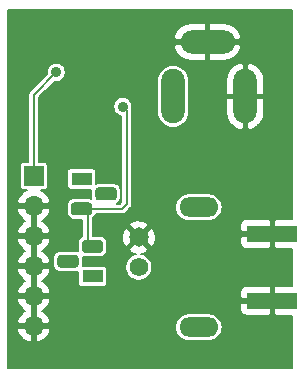
<source format=gbl>
G04 #@! TF.GenerationSoftware,KiCad,Pcbnew,(5.1.10)-1*
G04 #@! TF.CreationDate,2021-09-19T13:10:19-04:00*
G04 #@! TF.ProjectId,CP-OSC,43502d4f-5343-42e6-9b69-6361645f7063,1*
G04 #@! TF.SameCoordinates,PX8c7ecc0PY46649b0*
G04 #@! TF.FileFunction,Copper,L2,Bot*
G04 #@! TF.FilePolarity,Positive*
%FSLAX46Y46*%
G04 Gerber Fmt 4.6, Leading zero omitted, Abs format (unit mm)*
G04 Created by KiCad (PCBNEW (5.1.10)-1) date 2021-09-19 13:10:19*
%MOMM*%
%LPD*%
G01*
G04 APERTURE LIST*
G04 #@! TA.AperFunction,ComponentPad*
%ADD10O,3.302000X1.651000*%
G04 #@! TD*
G04 #@! TA.AperFunction,ComponentPad*
%ADD11C,1.651000*%
G04 #@! TD*
G04 #@! TA.AperFunction,ComponentPad*
%ADD12C,1.574800*%
G04 #@! TD*
G04 #@! TA.AperFunction,ComponentPad*
%ADD13O,2.000000X4.600000*%
G04 #@! TD*
G04 #@! TA.AperFunction,ComponentPad*
%ADD14O,4.600000X2.000000*%
G04 #@! TD*
G04 #@! TA.AperFunction,ComponentPad*
%ADD15R,1.800000X1.100000*%
G04 #@! TD*
G04 #@! TA.AperFunction,ComponentPad*
%ADD16R,1.700000X1.700000*%
G04 #@! TD*
G04 #@! TA.AperFunction,ComponentPad*
%ADD17O,1.700000X1.700000*%
G04 #@! TD*
G04 #@! TA.AperFunction,SMDPad,CuDef*
%ADD18R,4.200000X1.350000*%
G04 #@! TD*
G04 #@! TA.AperFunction,ViaPad*
%ADD19C,0.889000*%
G04 #@! TD*
G04 #@! TA.AperFunction,ViaPad*
%ADD20C,1.397000*%
G04 #@! TD*
G04 #@! TA.AperFunction,Conductor*
%ADD21C,0.203200*%
G04 #@! TD*
G04 #@! TA.AperFunction,Conductor*
%ADD22C,0.150000*%
G04 #@! TD*
G04 APERTURE END LIST*
D10*
X-43160000Y-10020000D03*
X-43160000Y140000D03*
D11*
X-48240000Y-2400000D03*
D12*
X-48240000Y-4940000D03*
D13*
X-39223000Y9538000D03*
X-45323000Y9538000D03*
D14*
X-42423000Y14138000D03*
G04 #@! TA.AperFunction,ComponentPad*
G36*
G01*
X-51640000Y1833000D02*
X-50390000Y1833000D01*
G75*
G02*
X-50115000Y1558000I0J-275000D01*
G01*
X-50115000Y1008000D01*
G75*
G02*
X-50390000Y733000I-275000J0D01*
G01*
X-51640000Y733000D01*
G75*
G02*
X-51915000Y1008000I0J275000D01*
G01*
X-51915000Y1558000D01*
G75*
G02*
X-51640000Y1833000I275000J0D01*
G01*
G37*
G04 #@! TD.AperFunction*
G04 #@! TA.AperFunction,ComponentPad*
G36*
G01*
X-53710000Y563000D02*
X-52460000Y563000D01*
G75*
G02*
X-52185000Y288000I0J-275000D01*
G01*
X-52185000Y-262000D01*
G75*
G02*
X-52460000Y-537000I-275000J0D01*
G01*
X-53710000Y-537000D01*
G75*
G02*
X-53985000Y-262000I0J275000D01*
G01*
X-53985000Y288000D01*
G75*
G02*
X-53710000Y563000I275000J0D01*
G01*
G37*
G04 #@! TD.AperFunction*
D15*
X-53085000Y2553000D03*
X-52158000Y-5702000D03*
G04 #@! TA.AperFunction,ComponentPad*
G36*
G01*
X-51533000Y-3712000D02*
X-52783000Y-3712000D01*
G75*
G02*
X-53058000Y-3437000I0J275000D01*
G01*
X-53058000Y-2887000D01*
G75*
G02*
X-52783000Y-2612000I275000J0D01*
G01*
X-51533000Y-2612000D01*
G75*
G02*
X-51258000Y-2887000I0J-275000D01*
G01*
X-51258000Y-3437000D01*
G75*
G02*
X-51533000Y-3712000I-275000J0D01*
G01*
G37*
G04 #@! TD.AperFunction*
G04 #@! TA.AperFunction,ComponentPad*
G36*
G01*
X-53603000Y-4982000D02*
X-54853000Y-4982000D01*
G75*
G02*
X-55128000Y-4707000I0J275000D01*
G01*
X-55128000Y-4157000D01*
G75*
G02*
X-54853000Y-3882000I275000J0D01*
G01*
X-53603000Y-3882000D01*
G75*
G02*
X-53328000Y-4157000I0J-275000D01*
G01*
X-53328000Y-4707000D01*
G75*
G02*
X-53603000Y-4982000I-275000J0D01*
G01*
G37*
G04 #@! TD.AperFunction*
D16*
X-57130000Y2807000D03*
D17*
X-57130000Y267000D03*
X-57130000Y-2273000D03*
X-57130000Y-4813000D03*
X-57130000Y-7353000D03*
X-57130000Y-9893000D03*
D18*
X-36937000Y-7765000D03*
X-36937000Y-2115000D03*
D19*
X-38715000Y-12560000D03*
D20*
X-50145000Y-12560000D03*
X-50780000Y15380000D03*
D19*
X-53955000Y15380000D03*
X-37191000Y15634000D03*
X-42398000Y3696000D03*
X-57765000Y15380000D03*
X-57130000Y-12560000D03*
X-55225000Y11570000D03*
X-49607243Y8678757D03*
D21*
X-57130000Y9665000D02*
X-55225000Y11570000D01*
X-57130000Y2807000D02*
X-57130000Y9665000D01*
X-52558000Y-114000D02*
X-52685000Y13000D01*
X-52558000Y-3162000D02*
X-52558000Y-114000D01*
X-52685000Y13000D02*
X-49637000Y13000D01*
X-49637000Y13000D02*
X-49256000Y394000D01*
X-49256000Y8327514D02*
X-49607243Y8678757D01*
X-49256000Y394000D02*
X-49256000Y8327514D01*
X-35298699Y-828209D02*
X-36632200Y-830400D01*
X-36784600Y-982800D01*
X-36784600Y-1962600D01*
X-36764600Y-1962600D01*
X-36764600Y-2267400D01*
X-36784600Y-2267400D01*
X-36784600Y-3247200D01*
X-36632200Y-3399600D01*
X-35298699Y-3401791D01*
X-35298699Y-6478209D01*
X-36632200Y-6480400D01*
X-36784600Y-6632800D01*
X-36784600Y-7612600D01*
X-36764600Y-7612600D01*
X-36764600Y-7917400D01*
X-36784600Y-7917400D01*
X-36784600Y-8897200D01*
X-36632200Y-9049600D01*
X-35298699Y-9051791D01*
X-35298699Y-13436300D01*
X-59276300Y-13436300D01*
X-59276300Y-10270607D01*
X-58539910Y-10270607D01*
X-58512089Y-10362338D01*
X-58393969Y-10622952D01*
X-58227276Y-10855514D01*
X-58018415Y-11051087D01*
X-57775413Y-11202156D01*
X-57507608Y-11302915D01*
X-57282400Y-11192228D01*
X-57282400Y-10045400D01*
X-56977600Y-10045400D01*
X-56977600Y-11192228D01*
X-56752392Y-11302915D01*
X-56484587Y-11202156D01*
X-56241585Y-11051087D01*
X-56032724Y-10855514D01*
X-55866031Y-10622952D01*
X-55747911Y-10362338D01*
X-55720090Y-10270607D01*
X-55831714Y-10045400D01*
X-56977600Y-10045400D01*
X-57282400Y-10045400D01*
X-58428286Y-10045400D01*
X-58539910Y-10270607D01*
X-59276300Y-10270607D01*
X-59276300Y-10020000D01*
X-45172314Y-10020000D01*
X-45149510Y-10251536D01*
X-45081973Y-10474174D01*
X-44972300Y-10679359D01*
X-44824704Y-10859204D01*
X-44644859Y-11006800D01*
X-44439674Y-11116473D01*
X-44217036Y-11184010D01*
X-44043516Y-11201100D01*
X-42276484Y-11201100D01*
X-42102964Y-11184010D01*
X-41880326Y-11116473D01*
X-41675141Y-11006800D01*
X-41495296Y-10859204D01*
X-41347700Y-10679359D01*
X-41238027Y-10474174D01*
X-41170490Y-10251536D01*
X-41147686Y-10020000D01*
X-41170490Y-9788464D01*
X-41238027Y-9565826D01*
X-41347700Y-9360641D01*
X-41495296Y-9180796D01*
X-41675141Y-9033200D01*
X-41880326Y-8923527D01*
X-42102964Y-8855990D01*
X-42276484Y-8838900D01*
X-44043516Y-8838900D01*
X-44217036Y-8855990D01*
X-44439674Y-8923527D01*
X-44644859Y-9033200D01*
X-44824704Y-9180796D01*
X-44972300Y-9360641D01*
X-45081973Y-9565826D01*
X-45149510Y-9788464D01*
X-45172314Y-10020000D01*
X-59276300Y-10020000D01*
X-59276300Y-7730607D01*
X-58539910Y-7730607D01*
X-58512089Y-7822338D01*
X-58393969Y-8082952D01*
X-58227276Y-8315514D01*
X-58018415Y-8511087D01*
X-57838397Y-8623000D01*
X-58018415Y-8734913D01*
X-58227276Y-8930486D01*
X-58393969Y-9163048D01*
X-58512089Y-9423662D01*
X-58539910Y-9515393D01*
X-58428286Y-9740600D01*
X-57282400Y-9740600D01*
X-57282400Y-7505400D01*
X-56977600Y-7505400D01*
X-56977600Y-9740600D01*
X-55831714Y-9740600D01*
X-55720090Y-9515393D01*
X-55747911Y-9423662D01*
X-55866031Y-9163048D01*
X-56032724Y-8930486D01*
X-56241585Y-8734913D01*
X-56421603Y-8623000D01*
X-56241585Y-8511087D01*
X-56165669Y-8440000D01*
X-39649550Y-8440000D01*
X-39637780Y-8559503D01*
X-39602922Y-8674413D01*
X-39546317Y-8780315D01*
X-39470138Y-8873138D01*
X-39377315Y-8949317D01*
X-39271413Y-9005922D01*
X-39156503Y-9040780D01*
X-39037000Y-9052550D01*
X-37241800Y-9049600D01*
X-37089400Y-8897200D01*
X-37089400Y-7917400D01*
X-39494200Y-7917400D01*
X-39646600Y-8069800D01*
X-39649550Y-8440000D01*
X-56165669Y-8440000D01*
X-56032724Y-8315514D01*
X-55866031Y-8082952D01*
X-55747911Y-7822338D01*
X-55720090Y-7730607D01*
X-55831714Y-7505400D01*
X-56977600Y-7505400D01*
X-57282400Y-7505400D01*
X-58428286Y-7505400D01*
X-58539910Y-7730607D01*
X-59276300Y-7730607D01*
X-59276300Y-5190607D01*
X-58539910Y-5190607D01*
X-58512089Y-5282338D01*
X-58393969Y-5542952D01*
X-58227276Y-5775514D01*
X-58018415Y-5971087D01*
X-57838397Y-6083000D01*
X-58018415Y-6194913D01*
X-58227276Y-6390486D01*
X-58393969Y-6623048D01*
X-58512089Y-6883662D01*
X-58539910Y-6975393D01*
X-58428286Y-7200600D01*
X-57282400Y-7200600D01*
X-57282400Y-4965400D01*
X-56977600Y-4965400D01*
X-56977600Y-7200600D01*
X-55831714Y-7200600D01*
X-55776896Y-7090000D01*
X-39649550Y-7090000D01*
X-39646600Y-7460200D01*
X-39494200Y-7612600D01*
X-37089400Y-7612600D01*
X-37089400Y-6632800D01*
X-37241800Y-6480400D01*
X-39037000Y-6477450D01*
X-39156503Y-6489220D01*
X-39271413Y-6524078D01*
X-39377315Y-6580683D01*
X-39470138Y-6656862D01*
X-39546317Y-6749685D01*
X-39602922Y-6855587D01*
X-39637780Y-6970497D01*
X-39649550Y-7090000D01*
X-55776896Y-7090000D01*
X-55720090Y-6975393D01*
X-55747911Y-6883662D01*
X-55866031Y-6623048D01*
X-56032724Y-6390486D01*
X-56241585Y-6194913D01*
X-56421603Y-6083000D01*
X-56241585Y-5971087D01*
X-56032724Y-5775514D01*
X-55866031Y-5542952D01*
X-55747911Y-5282338D01*
X-55720090Y-5190607D01*
X-55831714Y-4965400D01*
X-56977600Y-4965400D01*
X-57282400Y-4965400D01*
X-58428286Y-4965400D01*
X-58539910Y-5190607D01*
X-59276300Y-5190607D01*
X-59276300Y-2650607D01*
X-58539910Y-2650607D01*
X-58512089Y-2742338D01*
X-58393969Y-3002952D01*
X-58227276Y-3235514D01*
X-58018415Y-3431087D01*
X-57838397Y-3543000D01*
X-58018415Y-3654913D01*
X-58227276Y-3850486D01*
X-58393969Y-4083048D01*
X-58512089Y-4343662D01*
X-58539910Y-4435393D01*
X-58428286Y-4660600D01*
X-57282400Y-4660600D01*
X-57282400Y-2425400D01*
X-56977600Y-2425400D01*
X-56977600Y-4660600D01*
X-55831714Y-4660600D01*
X-55720090Y-4435393D01*
X-55747911Y-4343662D01*
X-55832513Y-4157000D01*
X-55485320Y-4157000D01*
X-55485320Y-4707000D01*
X-55473170Y-4830360D01*
X-55437188Y-4948978D01*
X-55378755Y-5058298D01*
X-55300118Y-5154118D01*
X-55204298Y-5232755D01*
X-55094978Y-5291188D01*
X-54976360Y-5327170D01*
X-54853000Y-5339320D01*
X-53603000Y-5339320D01*
X-53479640Y-5327170D01*
X-53415320Y-5307659D01*
X-53415320Y-6252000D01*
X-53408454Y-6321710D01*
X-53388121Y-6388740D01*
X-53355101Y-6450516D01*
X-53310663Y-6504663D01*
X-53256516Y-6549101D01*
X-53194740Y-6582121D01*
X-53127710Y-6602454D01*
X-53058000Y-6609320D01*
X-51258000Y-6609320D01*
X-51188290Y-6602454D01*
X-51121260Y-6582121D01*
X-51059484Y-6549101D01*
X-51005337Y-6504663D01*
X-50960899Y-6450516D01*
X-50927879Y-6388740D01*
X-50907546Y-6321710D01*
X-50900680Y-6252000D01*
X-50900680Y-5152000D01*
X-50907546Y-5082290D01*
X-50927879Y-5015260D01*
X-50960899Y-4953484D01*
X-51005337Y-4899337D01*
X-51059484Y-4854899D01*
X-51110886Y-4827424D01*
X-49383000Y-4827424D01*
X-49383000Y-5052576D01*
X-49339075Y-5273401D01*
X-49252913Y-5481413D01*
X-49127826Y-5668620D01*
X-48968620Y-5827826D01*
X-48781413Y-5952913D01*
X-48573401Y-6039075D01*
X-48352576Y-6083000D01*
X-48127424Y-6083000D01*
X-47906599Y-6039075D01*
X-47698587Y-5952913D01*
X-47511380Y-5827826D01*
X-47352174Y-5668620D01*
X-47227087Y-5481413D01*
X-47140925Y-5273401D01*
X-47097000Y-5052576D01*
X-47097000Y-4827424D01*
X-47140925Y-4606599D01*
X-47227087Y-4398587D01*
X-47352174Y-4211380D01*
X-47511380Y-4052174D01*
X-47698587Y-3927087D01*
X-47906599Y-3840925D01*
X-48020397Y-3818289D01*
X-47865154Y-3792473D01*
X-47600699Y-3692588D01*
X-47520429Y-3649683D01*
X-47442236Y-3413290D01*
X-48240000Y-2615526D01*
X-49037764Y-3413290D01*
X-48959571Y-3649683D01*
X-48701944Y-3766052D01*
X-48468821Y-3820123D01*
X-48573401Y-3840925D01*
X-48781413Y-3927087D01*
X-48968620Y-4052174D01*
X-49127826Y-4211380D01*
X-49252913Y-4398587D01*
X-49339075Y-4606599D01*
X-49383000Y-4827424D01*
X-51110886Y-4827424D01*
X-51121260Y-4821879D01*
X-51188290Y-4801546D01*
X-51258000Y-4794680D01*
X-52979316Y-4794680D01*
X-52970680Y-4707000D01*
X-52970680Y-4157000D01*
X-52982796Y-4033984D01*
X-52906360Y-4057170D01*
X-52783000Y-4069320D01*
X-51533000Y-4069320D01*
X-51409640Y-4057170D01*
X-51291022Y-4021188D01*
X-51181702Y-3962755D01*
X-51085882Y-3884118D01*
X-51007245Y-3788298D01*
X-50948812Y-3678978D01*
X-50912830Y-3560360D01*
X-50900680Y-3437000D01*
X-50900680Y-2887000D01*
X-50912830Y-2763640D01*
X-50948812Y-2645022D01*
X-51007245Y-2535702D01*
X-51039839Y-2495985D01*
X-49678846Y-2495985D01*
X-49632473Y-2774846D01*
X-49532588Y-3039301D01*
X-49489683Y-3119571D01*
X-49253290Y-3197764D01*
X-48455526Y-2400000D01*
X-48024474Y-2400000D01*
X-47226710Y-3197764D01*
X-46990317Y-3119571D01*
X-46873948Y-2861944D01*
X-46857262Y-2790000D01*
X-39649550Y-2790000D01*
X-39637780Y-2909503D01*
X-39602922Y-3024413D01*
X-39546317Y-3130315D01*
X-39470138Y-3223138D01*
X-39377315Y-3299317D01*
X-39271413Y-3355922D01*
X-39156503Y-3390780D01*
X-39037000Y-3402550D01*
X-37241800Y-3399600D01*
X-37089400Y-3247200D01*
X-37089400Y-2267400D01*
X-39494200Y-2267400D01*
X-39646600Y-2419800D01*
X-39649550Y-2790000D01*
X-46857262Y-2790000D01*
X-46810076Y-2586564D01*
X-46801154Y-2304015D01*
X-46847527Y-2025154D01*
X-46947412Y-1760699D01*
X-46990317Y-1680429D01*
X-47226710Y-1602236D01*
X-48024474Y-2400000D01*
X-48455526Y-2400000D01*
X-49253290Y-1602236D01*
X-49489683Y-1680429D01*
X-49606052Y-1938056D01*
X-49669924Y-2213436D01*
X-49678846Y-2495985D01*
X-51039839Y-2495985D01*
X-51085882Y-2439882D01*
X-51181702Y-2361245D01*
X-51291022Y-2302812D01*
X-51409640Y-2266830D01*
X-51533000Y-2254680D01*
X-52100800Y-2254680D01*
X-52100800Y-1386710D01*
X-49037764Y-1386710D01*
X-48240000Y-2184474D01*
X-47495526Y-1440000D01*
X-39649550Y-1440000D01*
X-39646600Y-1810200D01*
X-39494200Y-1962600D01*
X-37089400Y-1962600D01*
X-37089400Y-982800D01*
X-37241800Y-830400D01*
X-39037000Y-827450D01*
X-39156503Y-839220D01*
X-39271413Y-874078D01*
X-39377315Y-930683D01*
X-39470138Y-1006862D01*
X-39546317Y-1099685D01*
X-39602922Y-1205587D01*
X-39637780Y-1320497D01*
X-39649550Y-1440000D01*
X-47495526Y-1440000D01*
X-47442236Y-1386710D01*
X-47520429Y-1150317D01*
X-47778056Y-1033948D01*
X-48053436Y-970076D01*
X-48335985Y-961154D01*
X-48614846Y-1007527D01*
X-48879301Y-1107412D01*
X-48959571Y-1150317D01*
X-49037764Y-1386710D01*
X-52100800Y-1386710D01*
X-52100800Y-781270D01*
X-52012882Y-709118D01*
X-51934245Y-613298D01*
X-51875812Y-503978D01*
X-51857679Y-444200D01*
X-49659450Y-444200D01*
X-49637000Y-446411D01*
X-49614550Y-444200D01*
X-49614540Y-444200D01*
X-49547373Y-437585D01*
X-49461191Y-411441D01*
X-49381764Y-368987D01*
X-49312147Y-311853D01*
X-49297826Y-294403D01*
X-48948591Y54831D01*
X-48931147Y69147D01*
X-48893844Y114600D01*
X-48874013Y138763D01*
X-48873352Y140000D01*
X-45172314Y140000D01*
X-45149510Y-91536D01*
X-45081973Y-314174D01*
X-44972300Y-519359D01*
X-44824704Y-699204D01*
X-44644859Y-846800D01*
X-44439674Y-956473D01*
X-44217036Y-1024010D01*
X-44043516Y-1041100D01*
X-42276484Y-1041100D01*
X-42102964Y-1024010D01*
X-41880326Y-956473D01*
X-41675141Y-846800D01*
X-41495296Y-699204D01*
X-41347700Y-519359D01*
X-41238027Y-314174D01*
X-41170490Y-91536D01*
X-41147686Y140000D01*
X-41170490Y371536D01*
X-41238027Y594174D01*
X-41347700Y799359D01*
X-41495296Y979204D01*
X-41675141Y1126800D01*
X-41880326Y1236473D01*
X-42102964Y1304010D01*
X-42276484Y1321100D01*
X-44043516Y1321100D01*
X-44217036Y1304010D01*
X-44439674Y1236473D01*
X-44644859Y1126800D01*
X-44824704Y979204D01*
X-44972300Y799359D01*
X-45081973Y594174D01*
X-45149510Y371536D01*
X-45172314Y140000D01*
X-48873352Y140000D01*
X-48844806Y193407D01*
X-48831559Y218191D01*
X-48805415Y304373D01*
X-48798800Y371540D01*
X-48798800Y371549D01*
X-48796589Y393999D01*
X-48798800Y416449D01*
X-48798800Y8171408D01*
X-46678600Y8171408D01*
X-46658985Y7972257D01*
X-46581471Y7716725D01*
X-46455594Y7481226D01*
X-46286192Y7274809D01*
X-46079775Y7105406D01*
X-45844276Y6979529D01*
X-45588744Y6902015D01*
X-45323000Y6875841D01*
X-45057257Y6902015D01*
X-44801725Y6979529D01*
X-44566226Y7105406D01*
X-44359809Y7274808D01*
X-44190406Y7481225D01*
X-44064529Y7716724D01*
X-43987015Y7972256D01*
X-43967400Y8171407D01*
X-43967400Y9385600D01*
X-40832600Y9385600D01*
X-40832600Y8085600D01*
X-40771940Y7774511D01*
X-40651755Y7481234D01*
X-40476664Y7217039D01*
X-40253396Y6992079D01*
X-39990530Y6814999D01*
X-39698168Y6692604D01*
X-39624189Y6679199D01*
X-39375400Y6788791D01*
X-39375400Y9385600D01*
X-39070600Y9385600D01*
X-39070600Y6788791D01*
X-38821811Y6679199D01*
X-38747832Y6692604D01*
X-38455470Y6814999D01*
X-38192604Y6992079D01*
X-37969336Y7217039D01*
X-37794245Y7481234D01*
X-37674060Y7774511D01*
X-37613400Y8085600D01*
X-37613400Y9385600D01*
X-39070600Y9385600D01*
X-39375400Y9385600D01*
X-40832600Y9385600D01*
X-43967400Y9385600D01*
X-43967400Y10904593D01*
X-43975851Y10990400D01*
X-40832600Y10990400D01*
X-40832600Y9690400D01*
X-39375400Y9690400D01*
X-39375400Y12287209D01*
X-39070600Y12287209D01*
X-39070600Y9690400D01*
X-37613400Y9690400D01*
X-37613400Y10990400D01*
X-37674060Y11301489D01*
X-37794245Y11594766D01*
X-37969336Y11858961D01*
X-38192604Y12083921D01*
X-38455470Y12261001D01*
X-38747832Y12383396D01*
X-38821811Y12396801D01*
X-39070600Y12287209D01*
X-39375400Y12287209D01*
X-39624189Y12396801D01*
X-39698168Y12383396D01*
X-39990530Y12261001D01*
X-40253396Y12083921D01*
X-40476664Y11858961D01*
X-40651755Y11594766D01*
X-40771940Y11301489D01*
X-40832600Y10990400D01*
X-43975851Y10990400D01*
X-43987015Y11103744D01*
X-44064529Y11359276D01*
X-44190406Y11594775D01*
X-44359808Y11801192D01*
X-44566225Y11970594D01*
X-44801724Y12096471D01*
X-45057256Y12173985D01*
X-45323000Y12200159D01*
X-45588743Y12173985D01*
X-45844275Y12096471D01*
X-46079774Y11970594D01*
X-46286191Y11801192D01*
X-46455593Y11594775D01*
X-46581470Y11359276D01*
X-46658984Y11103744D01*
X-46678599Y10904593D01*
X-46678600Y8171408D01*
X-48798800Y8171408D01*
X-48798800Y8305064D01*
X-48796589Y8327514D01*
X-48798800Y8349964D01*
X-48798800Y8349974D01*
X-48805415Y8417141D01*
X-48828422Y8492981D01*
X-48807143Y8599954D01*
X-48807143Y8757560D01*
X-48837891Y8912137D01*
X-48898204Y9057746D01*
X-48985765Y9188791D01*
X-49097209Y9300235D01*
X-49228254Y9387796D01*
X-49373863Y9448109D01*
X-49528440Y9478857D01*
X-49686046Y9478857D01*
X-49840623Y9448109D01*
X-49986232Y9387796D01*
X-50117277Y9300235D01*
X-50228721Y9188791D01*
X-50316282Y9057746D01*
X-50376595Y8912137D01*
X-50407343Y8757560D01*
X-50407343Y8599954D01*
X-50376595Y8445377D01*
X-50316282Y8299768D01*
X-50228721Y8168723D01*
X-50117277Y8057279D01*
X-49986232Y7969718D01*
X-49840623Y7909405D01*
X-49713199Y7884058D01*
X-49713200Y583378D01*
X-49826377Y470200D01*
X-50061237Y470200D01*
X-50038702Y482245D01*
X-49942882Y560882D01*
X-49864245Y656702D01*
X-49805812Y766022D01*
X-49769830Y884640D01*
X-49757680Y1008000D01*
X-49757680Y1558000D01*
X-49769830Y1681360D01*
X-49805812Y1799978D01*
X-49864245Y1909298D01*
X-49942882Y2005118D01*
X-50038702Y2083755D01*
X-50148022Y2142188D01*
X-50266640Y2178170D01*
X-50390000Y2190320D01*
X-51640000Y2190320D01*
X-51763360Y2178170D01*
X-51827680Y2158659D01*
X-51827680Y3103000D01*
X-51834546Y3172710D01*
X-51854879Y3239740D01*
X-51887899Y3301516D01*
X-51932337Y3355663D01*
X-51986484Y3400101D01*
X-52048260Y3433121D01*
X-52115290Y3453454D01*
X-52185000Y3460320D01*
X-53985000Y3460320D01*
X-54054710Y3453454D01*
X-54121740Y3433121D01*
X-54183516Y3400101D01*
X-54237663Y3355663D01*
X-54282101Y3301516D01*
X-54315121Y3239740D01*
X-54335454Y3172710D01*
X-54342320Y3103000D01*
X-54342320Y2003000D01*
X-54335454Y1933290D01*
X-54315121Y1866260D01*
X-54282101Y1804484D01*
X-54237663Y1750337D01*
X-54183516Y1705899D01*
X-54121740Y1672879D01*
X-54054710Y1652546D01*
X-53985000Y1645680D01*
X-52263684Y1645680D01*
X-52272320Y1558000D01*
X-52272320Y1008000D01*
X-52260204Y884984D01*
X-52336640Y908170D01*
X-52460000Y920320D01*
X-53710000Y920320D01*
X-53833360Y908170D01*
X-53951978Y872188D01*
X-54061298Y813755D01*
X-54157118Y735118D01*
X-54235755Y639298D01*
X-54294188Y529978D01*
X-54330170Y411360D01*
X-54342320Y288000D01*
X-54342320Y-262000D01*
X-54330170Y-385360D01*
X-54294188Y-503978D01*
X-54235755Y-613298D01*
X-54157118Y-709118D01*
X-54061298Y-787755D01*
X-53951978Y-846188D01*
X-53833360Y-882170D01*
X-53710000Y-894320D01*
X-53015199Y-894320D01*
X-53015200Y-2299846D01*
X-53024978Y-2302812D01*
X-53134298Y-2361245D01*
X-53230118Y-2439882D01*
X-53308755Y-2535702D01*
X-53367188Y-2645022D01*
X-53403170Y-2763640D01*
X-53415320Y-2887000D01*
X-53415320Y-3437000D01*
X-53403204Y-3560016D01*
X-53479640Y-3536830D01*
X-53603000Y-3524680D01*
X-54853000Y-3524680D01*
X-54976360Y-3536830D01*
X-55094978Y-3572812D01*
X-55204298Y-3631245D01*
X-55300118Y-3709882D01*
X-55378755Y-3805702D01*
X-55437188Y-3915022D01*
X-55473170Y-4033640D01*
X-55485320Y-4157000D01*
X-55832513Y-4157000D01*
X-55866031Y-4083048D01*
X-56032724Y-3850486D01*
X-56241585Y-3654913D01*
X-56421603Y-3543000D01*
X-56241585Y-3431087D01*
X-56032724Y-3235514D01*
X-55866031Y-3002952D01*
X-55747911Y-2742338D01*
X-55720090Y-2650607D01*
X-55831714Y-2425400D01*
X-56977600Y-2425400D01*
X-57282400Y-2425400D01*
X-58428286Y-2425400D01*
X-58539910Y-2650607D01*
X-59276300Y-2650607D01*
X-59276300Y-110607D01*
X-58539910Y-110607D01*
X-58512089Y-202338D01*
X-58393969Y-462952D01*
X-58227276Y-695514D01*
X-58018415Y-891087D01*
X-57838397Y-1003000D01*
X-58018415Y-1114913D01*
X-58227276Y-1310486D01*
X-58393969Y-1543048D01*
X-58512089Y-1803662D01*
X-58539910Y-1895393D01*
X-58428286Y-2120600D01*
X-57282400Y-2120600D01*
X-57282400Y114600D01*
X-56977600Y114600D01*
X-56977600Y-2120600D01*
X-55831714Y-2120600D01*
X-55720090Y-1895393D01*
X-55747911Y-1803662D01*
X-55866031Y-1543048D01*
X-56032724Y-1310486D01*
X-56241585Y-1114913D01*
X-56421603Y-1003000D01*
X-56241585Y-891087D01*
X-56032724Y-695514D01*
X-55866031Y-462952D01*
X-55747911Y-202338D01*
X-55720090Y-110607D01*
X-55831714Y114600D01*
X-56977600Y114600D01*
X-57282400Y114600D01*
X-58428286Y114600D01*
X-58539910Y-110607D01*
X-59276300Y-110607D01*
X-59276300Y644607D01*
X-58539910Y644607D01*
X-58428286Y419400D01*
X-57282400Y419400D01*
X-57282400Y439400D01*
X-56977600Y439400D01*
X-56977600Y419400D01*
X-55831714Y419400D01*
X-55720090Y644607D01*
X-55747911Y736338D01*
X-55866031Y996952D01*
X-56032724Y1229514D01*
X-56241585Y1425087D01*
X-56484587Y1576156D01*
X-56547111Y1599680D01*
X-56280000Y1599680D01*
X-56210290Y1606546D01*
X-56143260Y1626879D01*
X-56081484Y1659899D01*
X-56027337Y1704337D01*
X-55982899Y1758484D01*
X-55949879Y1820260D01*
X-55929546Y1887290D01*
X-55922680Y1957000D01*
X-55922680Y3657000D01*
X-55929546Y3726710D01*
X-55949879Y3793740D01*
X-55982899Y3855516D01*
X-56027337Y3909663D01*
X-56081484Y3954101D01*
X-56143260Y3987121D01*
X-56210290Y4007454D01*
X-56280000Y4014320D01*
X-56672800Y4014320D01*
X-56672800Y9475623D01*
X-55366125Y10782297D01*
X-55303803Y10769900D01*
X-55146197Y10769900D01*
X-54991620Y10800648D01*
X-54846011Y10860961D01*
X-54714966Y10948522D01*
X-54603522Y11059966D01*
X-54515961Y11191011D01*
X-54455648Y11336620D01*
X-54424900Y11491197D01*
X-54424900Y11648803D01*
X-54455648Y11803380D01*
X-54515961Y11948989D01*
X-54603522Y12080034D01*
X-54714966Y12191478D01*
X-54846011Y12279039D01*
X-54991620Y12339352D01*
X-55146197Y12370100D01*
X-55303803Y12370100D01*
X-55458380Y12339352D01*
X-55603989Y12279039D01*
X-55735034Y12191478D01*
X-55846478Y12080034D01*
X-55934039Y11948989D01*
X-55994352Y11803380D01*
X-56025100Y11648803D01*
X-56025100Y11491197D01*
X-56012703Y11428875D01*
X-57437407Y10004170D01*
X-57454852Y9989853D01*
X-57469169Y9972408D01*
X-57469170Y9972407D01*
X-57511987Y9920235D01*
X-57554440Y9840809D01*
X-57580584Y9754626D01*
X-57589411Y9665000D01*
X-57587199Y9642540D01*
X-57587200Y4014320D01*
X-57980000Y4014320D01*
X-58049710Y4007454D01*
X-58116740Y3987121D01*
X-58178516Y3954101D01*
X-58232663Y3909663D01*
X-58277101Y3855516D01*
X-58310121Y3793740D01*
X-58330454Y3726710D01*
X-58337320Y3657000D01*
X-58337320Y1957000D01*
X-58330454Y1887290D01*
X-58310121Y1820260D01*
X-58277101Y1758484D01*
X-58232663Y1704337D01*
X-58178516Y1659899D01*
X-58116740Y1626879D01*
X-58049710Y1606546D01*
X-57980000Y1599680D01*
X-57712889Y1599680D01*
X-57775413Y1576156D01*
X-58018415Y1425087D01*
X-58227276Y1229514D01*
X-58393969Y996952D01*
X-58512089Y736338D01*
X-58539910Y644607D01*
X-59276300Y644607D01*
X-59276300Y13736811D01*
X-45281801Y13736811D01*
X-45268396Y13662832D01*
X-45146001Y13370470D01*
X-44968921Y13107604D01*
X-44743961Y12884336D01*
X-44479766Y12709245D01*
X-44186489Y12589060D01*
X-43875400Y12528400D01*
X-42575400Y12528400D01*
X-42575400Y13985600D01*
X-42270600Y13985600D01*
X-42270600Y12528400D01*
X-40970600Y12528400D01*
X-40659511Y12589060D01*
X-40366234Y12709245D01*
X-40102039Y12884336D01*
X-39877079Y13107604D01*
X-39699999Y13370470D01*
X-39577604Y13662832D01*
X-39564199Y13736811D01*
X-39673791Y13985600D01*
X-42270600Y13985600D01*
X-42575400Y13985600D01*
X-45172209Y13985600D01*
X-45281801Y13736811D01*
X-59276300Y13736811D01*
X-59276300Y14539189D01*
X-45281801Y14539189D01*
X-45172209Y14290400D01*
X-42575400Y14290400D01*
X-42575400Y15747600D01*
X-42270600Y15747600D01*
X-42270600Y14290400D01*
X-39673791Y14290400D01*
X-39564199Y14539189D01*
X-39577604Y14613168D01*
X-39699999Y14905530D01*
X-39877079Y15168396D01*
X-40102039Y15391664D01*
X-40366234Y15566755D01*
X-40659511Y15686940D01*
X-40970600Y15747600D01*
X-42270600Y15747600D01*
X-42575400Y15747600D01*
X-43875400Y15747600D01*
X-44186489Y15686940D01*
X-44479766Y15566755D01*
X-44743961Y15391664D01*
X-44968921Y15168396D01*
X-45146001Y14905530D01*
X-45268396Y14613168D01*
X-45281801Y14539189D01*
X-59276300Y14539189D01*
X-59276300Y16891300D01*
X-35298700Y16891300D01*
X-35298699Y-828209D01*
G04 #@! TA.AperFunction,Conductor*
D22*
G36*
X-35298699Y-828209D02*
G01*
X-36632200Y-830400D01*
X-36784600Y-982800D01*
X-36784600Y-1962600D01*
X-36764600Y-1962600D01*
X-36764600Y-2267400D01*
X-36784600Y-2267400D01*
X-36784600Y-3247200D01*
X-36632200Y-3399600D01*
X-35298699Y-3401791D01*
X-35298699Y-6478209D01*
X-36632200Y-6480400D01*
X-36784600Y-6632800D01*
X-36784600Y-7612600D01*
X-36764600Y-7612600D01*
X-36764600Y-7917400D01*
X-36784600Y-7917400D01*
X-36784600Y-8897200D01*
X-36632200Y-9049600D01*
X-35298699Y-9051791D01*
X-35298699Y-13436300D01*
X-59276300Y-13436300D01*
X-59276300Y-10270607D01*
X-58539910Y-10270607D01*
X-58512089Y-10362338D01*
X-58393969Y-10622952D01*
X-58227276Y-10855514D01*
X-58018415Y-11051087D01*
X-57775413Y-11202156D01*
X-57507608Y-11302915D01*
X-57282400Y-11192228D01*
X-57282400Y-10045400D01*
X-56977600Y-10045400D01*
X-56977600Y-11192228D01*
X-56752392Y-11302915D01*
X-56484587Y-11202156D01*
X-56241585Y-11051087D01*
X-56032724Y-10855514D01*
X-55866031Y-10622952D01*
X-55747911Y-10362338D01*
X-55720090Y-10270607D01*
X-55831714Y-10045400D01*
X-56977600Y-10045400D01*
X-57282400Y-10045400D01*
X-58428286Y-10045400D01*
X-58539910Y-10270607D01*
X-59276300Y-10270607D01*
X-59276300Y-10020000D01*
X-45172314Y-10020000D01*
X-45149510Y-10251536D01*
X-45081973Y-10474174D01*
X-44972300Y-10679359D01*
X-44824704Y-10859204D01*
X-44644859Y-11006800D01*
X-44439674Y-11116473D01*
X-44217036Y-11184010D01*
X-44043516Y-11201100D01*
X-42276484Y-11201100D01*
X-42102964Y-11184010D01*
X-41880326Y-11116473D01*
X-41675141Y-11006800D01*
X-41495296Y-10859204D01*
X-41347700Y-10679359D01*
X-41238027Y-10474174D01*
X-41170490Y-10251536D01*
X-41147686Y-10020000D01*
X-41170490Y-9788464D01*
X-41238027Y-9565826D01*
X-41347700Y-9360641D01*
X-41495296Y-9180796D01*
X-41675141Y-9033200D01*
X-41880326Y-8923527D01*
X-42102964Y-8855990D01*
X-42276484Y-8838900D01*
X-44043516Y-8838900D01*
X-44217036Y-8855990D01*
X-44439674Y-8923527D01*
X-44644859Y-9033200D01*
X-44824704Y-9180796D01*
X-44972300Y-9360641D01*
X-45081973Y-9565826D01*
X-45149510Y-9788464D01*
X-45172314Y-10020000D01*
X-59276300Y-10020000D01*
X-59276300Y-7730607D01*
X-58539910Y-7730607D01*
X-58512089Y-7822338D01*
X-58393969Y-8082952D01*
X-58227276Y-8315514D01*
X-58018415Y-8511087D01*
X-57838397Y-8623000D01*
X-58018415Y-8734913D01*
X-58227276Y-8930486D01*
X-58393969Y-9163048D01*
X-58512089Y-9423662D01*
X-58539910Y-9515393D01*
X-58428286Y-9740600D01*
X-57282400Y-9740600D01*
X-57282400Y-7505400D01*
X-56977600Y-7505400D01*
X-56977600Y-9740600D01*
X-55831714Y-9740600D01*
X-55720090Y-9515393D01*
X-55747911Y-9423662D01*
X-55866031Y-9163048D01*
X-56032724Y-8930486D01*
X-56241585Y-8734913D01*
X-56421603Y-8623000D01*
X-56241585Y-8511087D01*
X-56165669Y-8440000D01*
X-39649550Y-8440000D01*
X-39637780Y-8559503D01*
X-39602922Y-8674413D01*
X-39546317Y-8780315D01*
X-39470138Y-8873138D01*
X-39377315Y-8949317D01*
X-39271413Y-9005922D01*
X-39156503Y-9040780D01*
X-39037000Y-9052550D01*
X-37241800Y-9049600D01*
X-37089400Y-8897200D01*
X-37089400Y-7917400D01*
X-39494200Y-7917400D01*
X-39646600Y-8069800D01*
X-39649550Y-8440000D01*
X-56165669Y-8440000D01*
X-56032724Y-8315514D01*
X-55866031Y-8082952D01*
X-55747911Y-7822338D01*
X-55720090Y-7730607D01*
X-55831714Y-7505400D01*
X-56977600Y-7505400D01*
X-57282400Y-7505400D01*
X-58428286Y-7505400D01*
X-58539910Y-7730607D01*
X-59276300Y-7730607D01*
X-59276300Y-5190607D01*
X-58539910Y-5190607D01*
X-58512089Y-5282338D01*
X-58393969Y-5542952D01*
X-58227276Y-5775514D01*
X-58018415Y-5971087D01*
X-57838397Y-6083000D01*
X-58018415Y-6194913D01*
X-58227276Y-6390486D01*
X-58393969Y-6623048D01*
X-58512089Y-6883662D01*
X-58539910Y-6975393D01*
X-58428286Y-7200600D01*
X-57282400Y-7200600D01*
X-57282400Y-4965400D01*
X-56977600Y-4965400D01*
X-56977600Y-7200600D01*
X-55831714Y-7200600D01*
X-55776896Y-7090000D01*
X-39649550Y-7090000D01*
X-39646600Y-7460200D01*
X-39494200Y-7612600D01*
X-37089400Y-7612600D01*
X-37089400Y-6632800D01*
X-37241800Y-6480400D01*
X-39037000Y-6477450D01*
X-39156503Y-6489220D01*
X-39271413Y-6524078D01*
X-39377315Y-6580683D01*
X-39470138Y-6656862D01*
X-39546317Y-6749685D01*
X-39602922Y-6855587D01*
X-39637780Y-6970497D01*
X-39649550Y-7090000D01*
X-55776896Y-7090000D01*
X-55720090Y-6975393D01*
X-55747911Y-6883662D01*
X-55866031Y-6623048D01*
X-56032724Y-6390486D01*
X-56241585Y-6194913D01*
X-56421603Y-6083000D01*
X-56241585Y-5971087D01*
X-56032724Y-5775514D01*
X-55866031Y-5542952D01*
X-55747911Y-5282338D01*
X-55720090Y-5190607D01*
X-55831714Y-4965400D01*
X-56977600Y-4965400D01*
X-57282400Y-4965400D01*
X-58428286Y-4965400D01*
X-58539910Y-5190607D01*
X-59276300Y-5190607D01*
X-59276300Y-2650607D01*
X-58539910Y-2650607D01*
X-58512089Y-2742338D01*
X-58393969Y-3002952D01*
X-58227276Y-3235514D01*
X-58018415Y-3431087D01*
X-57838397Y-3543000D01*
X-58018415Y-3654913D01*
X-58227276Y-3850486D01*
X-58393969Y-4083048D01*
X-58512089Y-4343662D01*
X-58539910Y-4435393D01*
X-58428286Y-4660600D01*
X-57282400Y-4660600D01*
X-57282400Y-2425400D01*
X-56977600Y-2425400D01*
X-56977600Y-4660600D01*
X-55831714Y-4660600D01*
X-55720090Y-4435393D01*
X-55747911Y-4343662D01*
X-55832513Y-4157000D01*
X-55485320Y-4157000D01*
X-55485320Y-4707000D01*
X-55473170Y-4830360D01*
X-55437188Y-4948978D01*
X-55378755Y-5058298D01*
X-55300118Y-5154118D01*
X-55204298Y-5232755D01*
X-55094978Y-5291188D01*
X-54976360Y-5327170D01*
X-54853000Y-5339320D01*
X-53603000Y-5339320D01*
X-53479640Y-5327170D01*
X-53415320Y-5307659D01*
X-53415320Y-6252000D01*
X-53408454Y-6321710D01*
X-53388121Y-6388740D01*
X-53355101Y-6450516D01*
X-53310663Y-6504663D01*
X-53256516Y-6549101D01*
X-53194740Y-6582121D01*
X-53127710Y-6602454D01*
X-53058000Y-6609320D01*
X-51258000Y-6609320D01*
X-51188290Y-6602454D01*
X-51121260Y-6582121D01*
X-51059484Y-6549101D01*
X-51005337Y-6504663D01*
X-50960899Y-6450516D01*
X-50927879Y-6388740D01*
X-50907546Y-6321710D01*
X-50900680Y-6252000D01*
X-50900680Y-5152000D01*
X-50907546Y-5082290D01*
X-50927879Y-5015260D01*
X-50960899Y-4953484D01*
X-51005337Y-4899337D01*
X-51059484Y-4854899D01*
X-51110886Y-4827424D01*
X-49383000Y-4827424D01*
X-49383000Y-5052576D01*
X-49339075Y-5273401D01*
X-49252913Y-5481413D01*
X-49127826Y-5668620D01*
X-48968620Y-5827826D01*
X-48781413Y-5952913D01*
X-48573401Y-6039075D01*
X-48352576Y-6083000D01*
X-48127424Y-6083000D01*
X-47906599Y-6039075D01*
X-47698587Y-5952913D01*
X-47511380Y-5827826D01*
X-47352174Y-5668620D01*
X-47227087Y-5481413D01*
X-47140925Y-5273401D01*
X-47097000Y-5052576D01*
X-47097000Y-4827424D01*
X-47140925Y-4606599D01*
X-47227087Y-4398587D01*
X-47352174Y-4211380D01*
X-47511380Y-4052174D01*
X-47698587Y-3927087D01*
X-47906599Y-3840925D01*
X-48020397Y-3818289D01*
X-47865154Y-3792473D01*
X-47600699Y-3692588D01*
X-47520429Y-3649683D01*
X-47442236Y-3413290D01*
X-48240000Y-2615526D01*
X-49037764Y-3413290D01*
X-48959571Y-3649683D01*
X-48701944Y-3766052D01*
X-48468821Y-3820123D01*
X-48573401Y-3840925D01*
X-48781413Y-3927087D01*
X-48968620Y-4052174D01*
X-49127826Y-4211380D01*
X-49252913Y-4398587D01*
X-49339075Y-4606599D01*
X-49383000Y-4827424D01*
X-51110886Y-4827424D01*
X-51121260Y-4821879D01*
X-51188290Y-4801546D01*
X-51258000Y-4794680D01*
X-52979316Y-4794680D01*
X-52970680Y-4707000D01*
X-52970680Y-4157000D01*
X-52982796Y-4033984D01*
X-52906360Y-4057170D01*
X-52783000Y-4069320D01*
X-51533000Y-4069320D01*
X-51409640Y-4057170D01*
X-51291022Y-4021188D01*
X-51181702Y-3962755D01*
X-51085882Y-3884118D01*
X-51007245Y-3788298D01*
X-50948812Y-3678978D01*
X-50912830Y-3560360D01*
X-50900680Y-3437000D01*
X-50900680Y-2887000D01*
X-50912830Y-2763640D01*
X-50948812Y-2645022D01*
X-51007245Y-2535702D01*
X-51039839Y-2495985D01*
X-49678846Y-2495985D01*
X-49632473Y-2774846D01*
X-49532588Y-3039301D01*
X-49489683Y-3119571D01*
X-49253290Y-3197764D01*
X-48455526Y-2400000D01*
X-48024474Y-2400000D01*
X-47226710Y-3197764D01*
X-46990317Y-3119571D01*
X-46873948Y-2861944D01*
X-46857262Y-2790000D01*
X-39649550Y-2790000D01*
X-39637780Y-2909503D01*
X-39602922Y-3024413D01*
X-39546317Y-3130315D01*
X-39470138Y-3223138D01*
X-39377315Y-3299317D01*
X-39271413Y-3355922D01*
X-39156503Y-3390780D01*
X-39037000Y-3402550D01*
X-37241800Y-3399600D01*
X-37089400Y-3247200D01*
X-37089400Y-2267400D01*
X-39494200Y-2267400D01*
X-39646600Y-2419800D01*
X-39649550Y-2790000D01*
X-46857262Y-2790000D01*
X-46810076Y-2586564D01*
X-46801154Y-2304015D01*
X-46847527Y-2025154D01*
X-46947412Y-1760699D01*
X-46990317Y-1680429D01*
X-47226710Y-1602236D01*
X-48024474Y-2400000D01*
X-48455526Y-2400000D01*
X-49253290Y-1602236D01*
X-49489683Y-1680429D01*
X-49606052Y-1938056D01*
X-49669924Y-2213436D01*
X-49678846Y-2495985D01*
X-51039839Y-2495985D01*
X-51085882Y-2439882D01*
X-51181702Y-2361245D01*
X-51291022Y-2302812D01*
X-51409640Y-2266830D01*
X-51533000Y-2254680D01*
X-52100800Y-2254680D01*
X-52100800Y-1386710D01*
X-49037764Y-1386710D01*
X-48240000Y-2184474D01*
X-47495526Y-1440000D01*
X-39649550Y-1440000D01*
X-39646600Y-1810200D01*
X-39494200Y-1962600D01*
X-37089400Y-1962600D01*
X-37089400Y-982800D01*
X-37241800Y-830400D01*
X-39037000Y-827450D01*
X-39156503Y-839220D01*
X-39271413Y-874078D01*
X-39377315Y-930683D01*
X-39470138Y-1006862D01*
X-39546317Y-1099685D01*
X-39602922Y-1205587D01*
X-39637780Y-1320497D01*
X-39649550Y-1440000D01*
X-47495526Y-1440000D01*
X-47442236Y-1386710D01*
X-47520429Y-1150317D01*
X-47778056Y-1033948D01*
X-48053436Y-970076D01*
X-48335985Y-961154D01*
X-48614846Y-1007527D01*
X-48879301Y-1107412D01*
X-48959571Y-1150317D01*
X-49037764Y-1386710D01*
X-52100800Y-1386710D01*
X-52100800Y-781270D01*
X-52012882Y-709118D01*
X-51934245Y-613298D01*
X-51875812Y-503978D01*
X-51857679Y-444200D01*
X-49659450Y-444200D01*
X-49637000Y-446411D01*
X-49614550Y-444200D01*
X-49614540Y-444200D01*
X-49547373Y-437585D01*
X-49461191Y-411441D01*
X-49381764Y-368987D01*
X-49312147Y-311853D01*
X-49297826Y-294403D01*
X-48948591Y54831D01*
X-48931147Y69147D01*
X-48893844Y114600D01*
X-48874013Y138763D01*
X-48873352Y140000D01*
X-45172314Y140000D01*
X-45149510Y-91536D01*
X-45081973Y-314174D01*
X-44972300Y-519359D01*
X-44824704Y-699204D01*
X-44644859Y-846800D01*
X-44439674Y-956473D01*
X-44217036Y-1024010D01*
X-44043516Y-1041100D01*
X-42276484Y-1041100D01*
X-42102964Y-1024010D01*
X-41880326Y-956473D01*
X-41675141Y-846800D01*
X-41495296Y-699204D01*
X-41347700Y-519359D01*
X-41238027Y-314174D01*
X-41170490Y-91536D01*
X-41147686Y140000D01*
X-41170490Y371536D01*
X-41238027Y594174D01*
X-41347700Y799359D01*
X-41495296Y979204D01*
X-41675141Y1126800D01*
X-41880326Y1236473D01*
X-42102964Y1304010D01*
X-42276484Y1321100D01*
X-44043516Y1321100D01*
X-44217036Y1304010D01*
X-44439674Y1236473D01*
X-44644859Y1126800D01*
X-44824704Y979204D01*
X-44972300Y799359D01*
X-45081973Y594174D01*
X-45149510Y371536D01*
X-45172314Y140000D01*
X-48873352Y140000D01*
X-48844806Y193407D01*
X-48831559Y218191D01*
X-48805415Y304373D01*
X-48798800Y371540D01*
X-48798800Y371549D01*
X-48796589Y393999D01*
X-48798800Y416449D01*
X-48798800Y8171408D01*
X-46678600Y8171408D01*
X-46658985Y7972257D01*
X-46581471Y7716725D01*
X-46455594Y7481226D01*
X-46286192Y7274809D01*
X-46079775Y7105406D01*
X-45844276Y6979529D01*
X-45588744Y6902015D01*
X-45323000Y6875841D01*
X-45057257Y6902015D01*
X-44801725Y6979529D01*
X-44566226Y7105406D01*
X-44359809Y7274808D01*
X-44190406Y7481225D01*
X-44064529Y7716724D01*
X-43987015Y7972256D01*
X-43967400Y8171407D01*
X-43967400Y9385600D01*
X-40832600Y9385600D01*
X-40832600Y8085600D01*
X-40771940Y7774511D01*
X-40651755Y7481234D01*
X-40476664Y7217039D01*
X-40253396Y6992079D01*
X-39990530Y6814999D01*
X-39698168Y6692604D01*
X-39624189Y6679199D01*
X-39375400Y6788791D01*
X-39375400Y9385600D01*
X-39070600Y9385600D01*
X-39070600Y6788791D01*
X-38821811Y6679199D01*
X-38747832Y6692604D01*
X-38455470Y6814999D01*
X-38192604Y6992079D01*
X-37969336Y7217039D01*
X-37794245Y7481234D01*
X-37674060Y7774511D01*
X-37613400Y8085600D01*
X-37613400Y9385600D01*
X-39070600Y9385600D01*
X-39375400Y9385600D01*
X-40832600Y9385600D01*
X-43967400Y9385600D01*
X-43967400Y10904593D01*
X-43975851Y10990400D01*
X-40832600Y10990400D01*
X-40832600Y9690400D01*
X-39375400Y9690400D01*
X-39375400Y12287209D01*
X-39070600Y12287209D01*
X-39070600Y9690400D01*
X-37613400Y9690400D01*
X-37613400Y10990400D01*
X-37674060Y11301489D01*
X-37794245Y11594766D01*
X-37969336Y11858961D01*
X-38192604Y12083921D01*
X-38455470Y12261001D01*
X-38747832Y12383396D01*
X-38821811Y12396801D01*
X-39070600Y12287209D01*
X-39375400Y12287209D01*
X-39624189Y12396801D01*
X-39698168Y12383396D01*
X-39990530Y12261001D01*
X-40253396Y12083921D01*
X-40476664Y11858961D01*
X-40651755Y11594766D01*
X-40771940Y11301489D01*
X-40832600Y10990400D01*
X-43975851Y10990400D01*
X-43987015Y11103744D01*
X-44064529Y11359276D01*
X-44190406Y11594775D01*
X-44359808Y11801192D01*
X-44566225Y11970594D01*
X-44801724Y12096471D01*
X-45057256Y12173985D01*
X-45323000Y12200159D01*
X-45588743Y12173985D01*
X-45844275Y12096471D01*
X-46079774Y11970594D01*
X-46286191Y11801192D01*
X-46455593Y11594775D01*
X-46581470Y11359276D01*
X-46658984Y11103744D01*
X-46678599Y10904593D01*
X-46678600Y8171408D01*
X-48798800Y8171408D01*
X-48798800Y8305064D01*
X-48796589Y8327514D01*
X-48798800Y8349964D01*
X-48798800Y8349974D01*
X-48805415Y8417141D01*
X-48828422Y8492981D01*
X-48807143Y8599954D01*
X-48807143Y8757560D01*
X-48837891Y8912137D01*
X-48898204Y9057746D01*
X-48985765Y9188791D01*
X-49097209Y9300235D01*
X-49228254Y9387796D01*
X-49373863Y9448109D01*
X-49528440Y9478857D01*
X-49686046Y9478857D01*
X-49840623Y9448109D01*
X-49986232Y9387796D01*
X-50117277Y9300235D01*
X-50228721Y9188791D01*
X-50316282Y9057746D01*
X-50376595Y8912137D01*
X-50407343Y8757560D01*
X-50407343Y8599954D01*
X-50376595Y8445377D01*
X-50316282Y8299768D01*
X-50228721Y8168723D01*
X-50117277Y8057279D01*
X-49986232Y7969718D01*
X-49840623Y7909405D01*
X-49713199Y7884058D01*
X-49713200Y583378D01*
X-49826377Y470200D01*
X-50061237Y470200D01*
X-50038702Y482245D01*
X-49942882Y560882D01*
X-49864245Y656702D01*
X-49805812Y766022D01*
X-49769830Y884640D01*
X-49757680Y1008000D01*
X-49757680Y1558000D01*
X-49769830Y1681360D01*
X-49805812Y1799978D01*
X-49864245Y1909298D01*
X-49942882Y2005118D01*
X-50038702Y2083755D01*
X-50148022Y2142188D01*
X-50266640Y2178170D01*
X-50390000Y2190320D01*
X-51640000Y2190320D01*
X-51763360Y2178170D01*
X-51827680Y2158659D01*
X-51827680Y3103000D01*
X-51834546Y3172710D01*
X-51854879Y3239740D01*
X-51887899Y3301516D01*
X-51932337Y3355663D01*
X-51986484Y3400101D01*
X-52048260Y3433121D01*
X-52115290Y3453454D01*
X-52185000Y3460320D01*
X-53985000Y3460320D01*
X-54054710Y3453454D01*
X-54121740Y3433121D01*
X-54183516Y3400101D01*
X-54237663Y3355663D01*
X-54282101Y3301516D01*
X-54315121Y3239740D01*
X-54335454Y3172710D01*
X-54342320Y3103000D01*
X-54342320Y2003000D01*
X-54335454Y1933290D01*
X-54315121Y1866260D01*
X-54282101Y1804484D01*
X-54237663Y1750337D01*
X-54183516Y1705899D01*
X-54121740Y1672879D01*
X-54054710Y1652546D01*
X-53985000Y1645680D01*
X-52263684Y1645680D01*
X-52272320Y1558000D01*
X-52272320Y1008000D01*
X-52260204Y884984D01*
X-52336640Y908170D01*
X-52460000Y920320D01*
X-53710000Y920320D01*
X-53833360Y908170D01*
X-53951978Y872188D01*
X-54061298Y813755D01*
X-54157118Y735118D01*
X-54235755Y639298D01*
X-54294188Y529978D01*
X-54330170Y411360D01*
X-54342320Y288000D01*
X-54342320Y-262000D01*
X-54330170Y-385360D01*
X-54294188Y-503978D01*
X-54235755Y-613298D01*
X-54157118Y-709118D01*
X-54061298Y-787755D01*
X-53951978Y-846188D01*
X-53833360Y-882170D01*
X-53710000Y-894320D01*
X-53015199Y-894320D01*
X-53015200Y-2299846D01*
X-53024978Y-2302812D01*
X-53134298Y-2361245D01*
X-53230118Y-2439882D01*
X-53308755Y-2535702D01*
X-53367188Y-2645022D01*
X-53403170Y-2763640D01*
X-53415320Y-2887000D01*
X-53415320Y-3437000D01*
X-53403204Y-3560016D01*
X-53479640Y-3536830D01*
X-53603000Y-3524680D01*
X-54853000Y-3524680D01*
X-54976360Y-3536830D01*
X-55094978Y-3572812D01*
X-55204298Y-3631245D01*
X-55300118Y-3709882D01*
X-55378755Y-3805702D01*
X-55437188Y-3915022D01*
X-55473170Y-4033640D01*
X-55485320Y-4157000D01*
X-55832513Y-4157000D01*
X-55866031Y-4083048D01*
X-56032724Y-3850486D01*
X-56241585Y-3654913D01*
X-56421603Y-3543000D01*
X-56241585Y-3431087D01*
X-56032724Y-3235514D01*
X-55866031Y-3002952D01*
X-55747911Y-2742338D01*
X-55720090Y-2650607D01*
X-55831714Y-2425400D01*
X-56977600Y-2425400D01*
X-57282400Y-2425400D01*
X-58428286Y-2425400D01*
X-58539910Y-2650607D01*
X-59276300Y-2650607D01*
X-59276300Y-110607D01*
X-58539910Y-110607D01*
X-58512089Y-202338D01*
X-58393969Y-462952D01*
X-58227276Y-695514D01*
X-58018415Y-891087D01*
X-57838397Y-1003000D01*
X-58018415Y-1114913D01*
X-58227276Y-1310486D01*
X-58393969Y-1543048D01*
X-58512089Y-1803662D01*
X-58539910Y-1895393D01*
X-58428286Y-2120600D01*
X-57282400Y-2120600D01*
X-57282400Y114600D01*
X-56977600Y114600D01*
X-56977600Y-2120600D01*
X-55831714Y-2120600D01*
X-55720090Y-1895393D01*
X-55747911Y-1803662D01*
X-55866031Y-1543048D01*
X-56032724Y-1310486D01*
X-56241585Y-1114913D01*
X-56421603Y-1003000D01*
X-56241585Y-891087D01*
X-56032724Y-695514D01*
X-55866031Y-462952D01*
X-55747911Y-202338D01*
X-55720090Y-110607D01*
X-55831714Y114600D01*
X-56977600Y114600D01*
X-57282400Y114600D01*
X-58428286Y114600D01*
X-58539910Y-110607D01*
X-59276300Y-110607D01*
X-59276300Y644607D01*
X-58539910Y644607D01*
X-58428286Y419400D01*
X-57282400Y419400D01*
X-57282400Y439400D01*
X-56977600Y439400D01*
X-56977600Y419400D01*
X-55831714Y419400D01*
X-55720090Y644607D01*
X-55747911Y736338D01*
X-55866031Y996952D01*
X-56032724Y1229514D01*
X-56241585Y1425087D01*
X-56484587Y1576156D01*
X-56547111Y1599680D01*
X-56280000Y1599680D01*
X-56210290Y1606546D01*
X-56143260Y1626879D01*
X-56081484Y1659899D01*
X-56027337Y1704337D01*
X-55982899Y1758484D01*
X-55949879Y1820260D01*
X-55929546Y1887290D01*
X-55922680Y1957000D01*
X-55922680Y3657000D01*
X-55929546Y3726710D01*
X-55949879Y3793740D01*
X-55982899Y3855516D01*
X-56027337Y3909663D01*
X-56081484Y3954101D01*
X-56143260Y3987121D01*
X-56210290Y4007454D01*
X-56280000Y4014320D01*
X-56672800Y4014320D01*
X-56672800Y9475623D01*
X-55366125Y10782297D01*
X-55303803Y10769900D01*
X-55146197Y10769900D01*
X-54991620Y10800648D01*
X-54846011Y10860961D01*
X-54714966Y10948522D01*
X-54603522Y11059966D01*
X-54515961Y11191011D01*
X-54455648Y11336620D01*
X-54424900Y11491197D01*
X-54424900Y11648803D01*
X-54455648Y11803380D01*
X-54515961Y11948989D01*
X-54603522Y12080034D01*
X-54714966Y12191478D01*
X-54846011Y12279039D01*
X-54991620Y12339352D01*
X-55146197Y12370100D01*
X-55303803Y12370100D01*
X-55458380Y12339352D01*
X-55603989Y12279039D01*
X-55735034Y12191478D01*
X-55846478Y12080034D01*
X-55934039Y11948989D01*
X-55994352Y11803380D01*
X-56025100Y11648803D01*
X-56025100Y11491197D01*
X-56012703Y11428875D01*
X-57437407Y10004170D01*
X-57454852Y9989853D01*
X-57469169Y9972408D01*
X-57469170Y9972407D01*
X-57511987Y9920235D01*
X-57554440Y9840809D01*
X-57580584Y9754626D01*
X-57589411Y9665000D01*
X-57587199Y9642540D01*
X-57587200Y4014320D01*
X-57980000Y4014320D01*
X-58049710Y4007454D01*
X-58116740Y3987121D01*
X-58178516Y3954101D01*
X-58232663Y3909663D01*
X-58277101Y3855516D01*
X-58310121Y3793740D01*
X-58330454Y3726710D01*
X-58337320Y3657000D01*
X-58337320Y1957000D01*
X-58330454Y1887290D01*
X-58310121Y1820260D01*
X-58277101Y1758484D01*
X-58232663Y1704337D01*
X-58178516Y1659899D01*
X-58116740Y1626879D01*
X-58049710Y1606546D01*
X-57980000Y1599680D01*
X-57712889Y1599680D01*
X-57775413Y1576156D01*
X-58018415Y1425087D01*
X-58227276Y1229514D01*
X-58393969Y996952D01*
X-58512089Y736338D01*
X-58539910Y644607D01*
X-59276300Y644607D01*
X-59276300Y13736811D01*
X-45281801Y13736811D01*
X-45268396Y13662832D01*
X-45146001Y13370470D01*
X-44968921Y13107604D01*
X-44743961Y12884336D01*
X-44479766Y12709245D01*
X-44186489Y12589060D01*
X-43875400Y12528400D01*
X-42575400Y12528400D01*
X-42575400Y13985600D01*
X-42270600Y13985600D01*
X-42270600Y12528400D01*
X-40970600Y12528400D01*
X-40659511Y12589060D01*
X-40366234Y12709245D01*
X-40102039Y12884336D01*
X-39877079Y13107604D01*
X-39699999Y13370470D01*
X-39577604Y13662832D01*
X-39564199Y13736811D01*
X-39673791Y13985600D01*
X-42270600Y13985600D01*
X-42575400Y13985600D01*
X-45172209Y13985600D01*
X-45281801Y13736811D01*
X-59276300Y13736811D01*
X-59276300Y14539189D01*
X-45281801Y14539189D01*
X-45172209Y14290400D01*
X-42575400Y14290400D01*
X-42575400Y15747600D01*
X-42270600Y15747600D01*
X-42270600Y14290400D01*
X-39673791Y14290400D01*
X-39564199Y14539189D01*
X-39577604Y14613168D01*
X-39699999Y14905530D01*
X-39877079Y15168396D01*
X-40102039Y15391664D01*
X-40366234Y15566755D01*
X-40659511Y15686940D01*
X-40970600Y15747600D01*
X-42270600Y15747600D01*
X-42575400Y15747600D01*
X-43875400Y15747600D01*
X-44186489Y15686940D01*
X-44479766Y15566755D01*
X-44743961Y15391664D01*
X-44968921Y15168396D01*
X-45146001Y14905530D01*
X-45268396Y14613168D01*
X-45281801Y14539189D01*
X-59276300Y14539189D01*
X-59276300Y16891300D01*
X-35298700Y16891300D01*
X-35298699Y-828209D01*
G37*
G04 #@! TD.AperFunction*
M02*

</source>
